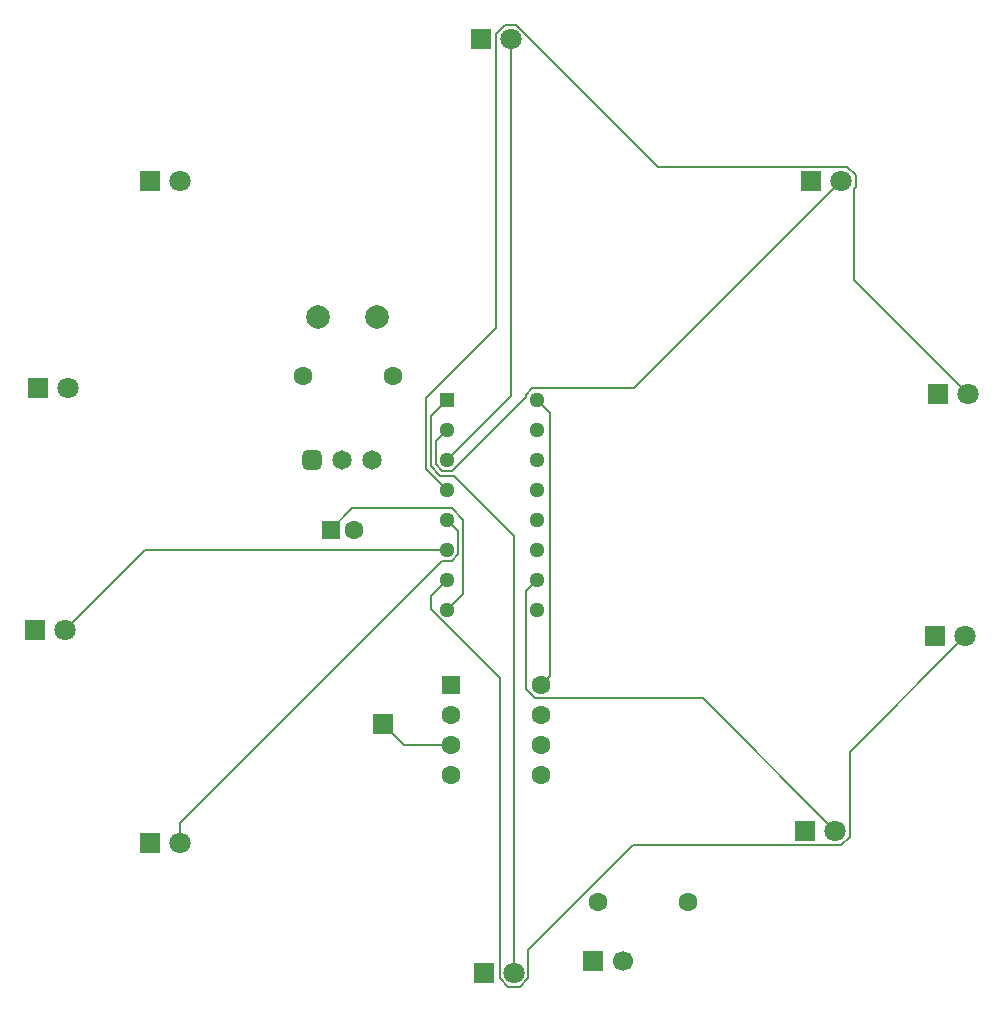
<source format=gbr>
%TF.GenerationSoftware,KiCad,Pcbnew,9.0.7*%
%TF.CreationDate,2026-02-11T00:05:44+01:00*%
%TF.ProjectId,BlinkerLED,426c696e-6b65-4724-9c45-442e6b696361,rev?*%
%TF.SameCoordinates,Original*%
%TF.FileFunction,Copper,L2,Bot*%
%TF.FilePolarity,Positive*%
%FSLAX46Y46*%
G04 Gerber Fmt 4.6, Leading zero omitted, Abs format (unit mm)*
G04 Created by KiCad (PCBNEW 9.0.7) date 2026-02-11 00:05:44*
%MOMM*%
%LPD*%
G01*
G04 APERTURE LIST*
G04 Aperture macros list*
%AMRoundRect*
0 Rectangle with rounded corners*
0 $1 Rounding radius*
0 $2 $3 $4 $5 $6 $7 $8 $9 X,Y pos of 4 corners*
0 Add a 4 corners polygon primitive as box body*
4,1,4,$2,$3,$4,$5,$6,$7,$8,$9,$2,$3,0*
0 Add four circle primitives for the rounded corners*
1,1,$1+$1,$2,$3*
1,1,$1+$1,$4,$5*
1,1,$1+$1,$6,$7*
1,1,$1+$1,$8,$9*
0 Add four rect primitives between the rounded corners*
20,1,$1+$1,$2,$3,$4,$5,0*
20,1,$1+$1,$4,$5,$6,$7,0*
20,1,$1+$1,$6,$7,$8,$9,0*
20,1,$1+$1,$8,$9,$2,$3,0*%
G04 Aperture macros list end*
%TA.AperFunction,ComponentPad*%
%ADD10R,1.800000X1.800000*%
%TD*%
%TA.AperFunction,ComponentPad*%
%ADD11C,1.800000*%
%TD*%
%TA.AperFunction,ComponentPad*%
%ADD12RoundRect,0.250000X-0.550000X-0.550000X0.550000X-0.550000X0.550000X0.550000X-0.550000X0.550000X0*%
%TD*%
%TA.AperFunction,ComponentPad*%
%ADD13C,1.600000*%
%TD*%
%TA.AperFunction,ComponentPad*%
%ADD14RoundRect,0.412500X-0.412500X-0.412500X0.412500X-0.412500X0.412500X0.412500X-0.412500X0.412500X0*%
%TD*%
%TA.AperFunction,ComponentPad*%
%ADD15C,1.650000*%
%TD*%
%TA.AperFunction,ComponentPad*%
%ADD16R,1.700000X1.700000*%
%TD*%
%TA.AperFunction,ComponentPad*%
%ADD17R,1.295400X1.295400*%
%TD*%
%TA.AperFunction,ComponentPad*%
%ADD18C,1.295400*%
%TD*%
%TA.AperFunction,ComponentPad*%
%ADD19C,2.000000*%
%TD*%
%TA.AperFunction,ComponentPad*%
%ADD20C,1.700000*%
%TD*%
%TA.AperFunction,Conductor*%
%ADD21C,0.200000*%
%TD*%
G04 APERTURE END LIST*
D10*
%TO.P,D6,1,K*%
%TO.N,Net-(D1-K)*%
X108000000Y-140500000D03*
D11*
%TO.P,D6,2,A*%
%TO.N,Net-(D6-A)*%
X110540000Y-140500000D03*
%TD*%
D10*
%TO.P,D1,1,K*%
%TO.N,Net-(D1-K)*%
X107730000Y-61500000D03*
D11*
%TO.P,D1,2,A*%
%TO.N,Net-(D1-A)*%
X110270000Y-61500000D03*
%TD*%
D12*
%TO.P,U1,1,GND*%
%TO.N,GND*%
X105195000Y-116190000D03*
D13*
%TO.P,U1,2,TRIG*%
%TO.N,TR*%
X105195000Y-118730000D03*
%TO.P,U1,3,OUT*%
%TO.N,OUT*%
X105195000Y-121270000D03*
%TO.P,U1,4,~{RST}*%
%TO.N,+5V*%
X105195000Y-123810000D03*
%TO.P,U1,5,CONT*%
%TO.N,Net-(U1-CONT)*%
X112815000Y-123810000D03*
%TO.P,U1,6,THRES*%
%TO.N,TR*%
X112815000Y-121270000D03*
%TO.P,U1,7,DISCH*%
%TO.N,Net-(U1-DISCH)*%
X112815000Y-118730000D03*
%TO.P,U1,8,VCC*%
%TO.N,+5V*%
X112815000Y-116190000D03*
%TD*%
D10*
%TO.P,D7,1,K*%
%TO.N,Net-(D1-K)*%
X79730000Y-129500000D03*
D11*
%TO.P,D7,2,A*%
%TO.N,Net-(D7-A)*%
X82270000Y-129500000D03*
%TD*%
D14*
%TO.P,RV1,1,1*%
%TO.N,Net-(U1-DISCH)*%
X93460000Y-97112500D03*
D15*
%TO.P,RV1,2,2*%
X96000000Y-97112500D03*
%TO.P,RV1,3,3*%
%TO.N,TR*%
X98540000Y-97112500D03*
%TD*%
D12*
%TO.P,C4,1*%
%TO.N,GND*%
X95044888Y-103000000D03*
D13*
%TO.P,C4,2*%
%TO.N,TR*%
X97044888Y-103000000D03*
%TD*%
D16*
%TO.P,J2,1,Pin_1*%
%TO.N,OUT*%
X99500000Y-119500000D03*
%TD*%
D10*
%TO.P,D3,1,K*%
%TO.N,Net-(D1-K)*%
X146460000Y-91500000D03*
D11*
%TO.P,D3,2,A*%
%TO.N,Net-(D3-A)*%
X149000000Y-91500000D03*
%TD*%
D17*
%TO.P,U2,1,Q5*%
%TO.N,Net-(D6-A)*%
X104880000Y-92000000D03*
D18*
%TO.P,U2,2,Q1*%
%TO.N,Net-(D2-A)*%
X104880000Y-94540000D03*
%TO.P,U2,3,Q0*%
%TO.N,Net-(D1-A)*%
X104880000Y-97080000D03*
%TO.P,U2,4,Q2*%
%TO.N,Net-(D3-A)*%
X104880000Y-99620000D03*
%TO.P,U2,5,Q6*%
%TO.N,Net-(D7-A)*%
X104880000Y-102160000D03*
%TO.P,U2,6,Q7*%
%TO.N,Net-(D8-A)*%
X104880000Y-104700000D03*
%TO.P,U2,7,Q3*%
%TO.N,Net-(D4-A)*%
X104880000Y-107240000D03*
%TO.P,U2,8,VSS*%
%TO.N,GND*%
X104880000Y-109780000D03*
%TO.P,U2,9,Q8*%
%TO.N,Net-(D9-A)*%
X112500000Y-109780000D03*
%TO.P,U2,10,Q4*%
%TO.N,Net-(D5-A)*%
X112500000Y-107240000D03*
%TO.P,U2,11,Q9*%
%TO.N,Net-(D10-A)*%
X112500000Y-104700000D03*
%TO.P,U2,12,Cout*%
%TO.N,unconnected-(U2-Cout-Pad12)*%
X112500000Y-102160000D03*
%TO.P,U2,13,CKEN*%
%TO.N,GND*%
X112500000Y-99620000D03*
%TO.P,U2,14,CLK*%
%TO.N,OUT*%
X112500000Y-97080000D03*
%TO.P,U2,15,Reset*%
%TO.N,GND*%
X112500000Y-94540000D03*
%TO.P,U2,16,VDD*%
%TO.N,+5V*%
X112500000Y-92000000D03*
%TD*%
D19*
%TO.P,C3,1*%
%TO.N,GND*%
X94000000Y-85000000D03*
%TO.P,C3,2*%
%TO.N,Net-(U1-CONT)*%
X99000000Y-85000000D03*
%TD*%
D10*
%TO.P,D5,1,K*%
%TO.N,Net-(D1-K)*%
X135230000Y-128500000D03*
D11*
%TO.P,D5,2,A*%
%TO.N,Net-(D5-A)*%
X137770000Y-128500000D03*
%TD*%
D10*
%TO.P,D9,1,K*%
%TO.N,Net-(D1-K)*%
X70230000Y-91000000D03*
D11*
%TO.P,D9,2,A*%
%TO.N,Net-(D9-A)*%
X72770000Y-91000000D03*
%TD*%
D10*
%TO.P,D10,1,K*%
%TO.N,Net-(D1-K)*%
X79730000Y-73500000D03*
D11*
%TO.P,D10,2,A*%
%TO.N,Net-(D10-A)*%
X82270000Y-73500000D03*
%TD*%
D10*
%TO.P,D2,1,K*%
%TO.N,Net-(D1-K)*%
X135730000Y-73500000D03*
D11*
%TO.P,D2,2,A*%
%TO.N,Net-(D2-A)*%
X138270000Y-73500000D03*
%TD*%
D13*
%TO.P,R3,1*%
%TO.N,+5V*%
X92690000Y-90000000D03*
%TO.P,R3,2*%
%TO.N,Net-(U1-DISCH)*%
X100310000Y-90000000D03*
%TD*%
D16*
%TO.P,J1,1,Pin_1*%
%TO.N,+5V*%
X117225000Y-139500000D03*
D20*
%TO.P,J1,2,Pin_2*%
%TO.N,GND*%
X119765000Y-139500000D03*
%TD*%
D13*
%TO.P,R4,1*%
%TO.N,Net-(D1-K)*%
X117690000Y-134500000D03*
%TO.P,R4,2*%
%TO.N,GND*%
X125310000Y-134500000D03*
%TD*%
D10*
%TO.P,D4,1,K*%
%TO.N,Net-(D1-K)*%
X146230000Y-112000000D03*
D11*
%TO.P,D4,2,A*%
%TO.N,Net-(D4-A)*%
X148770000Y-112000000D03*
%TD*%
D10*
%TO.P,D8,1,K*%
%TO.N,Net-(D1-K)*%
X69960000Y-111500000D03*
D11*
%TO.P,D8,2,A*%
%TO.N,Net-(D8-A)*%
X72500000Y-111500000D03*
%TD*%
D21*
%TO.N,GND*%
X105272965Y-101211300D02*
X96833588Y-101211300D01*
X96833588Y-101211300D02*
X95044888Y-103000000D01*
X104880000Y-109780000D02*
X106229700Y-108430300D01*
X106229700Y-108430300D02*
X106229700Y-102168035D01*
X106229700Y-102168035D02*
X105272965Y-101211300D01*
%TO.N,Net-(D1-A)*%
X110270000Y-91690000D02*
X104880000Y-97080000D01*
X110270000Y-61500000D02*
X110270000Y-91690000D01*
%TO.N,Net-(D2-A)*%
X103931300Y-97472965D02*
X104487035Y-98028700D01*
X104487035Y-98028700D02*
X105272965Y-98028700D01*
X120718700Y-91051300D02*
X138270000Y-73500000D01*
X104880000Y-94540000D02*
X103931300Y-95488700D01*
X112107035Y-91051300D02*
X120718700Y-91051300D01*
X111551300Y-91607035D02*
X112107035Y-91051300D01*
X103931300Y-95488700D02*
X103931300Y-97472965D01*
X105272965Y-98028700D02*
X111551300Y-91750365D01*
X111551300Y-91750365D02*
X111551300Y-91607035D01*
%TO.N,Net-(D3-A)*%
X109069000Y-85913600D02*
X109069000Y-61002529D01*
X139471000Y-73002529D02*
X139471000Y-73997471D01*
X109069000Y-61002529D02*
X109772529Y-60299000D01*
X139345686Y-74122785D02*
X139345686Y-81845686D01*
X103129300Y-97869300D02*
X103129300Y-91853300D01*
X122767471Y-72299000D02*
X138767471Y-72299000D01*
X104880000Y-99620000D02*
X103129300Y-97869300D01*
X109772529Y-60299000D02*
X110767471Y-60299000D01*
X139345686Y-81845686D02*
X149000000Y-91500000D01*
X103129300Y-91853300D02*
X109069000Y-85913600D01*
X110767471Y-60299000D02*
X122767471Y-72299000D01*
X138767471Y-72299000D02*
X139471000Y-73002529D01*
X139471000Y-73997471D02*
X139345686Y-74122785D01*
%TO.N,Net-(D4-A)*%
X110042529Y-141701000D02*
X109339000Y-140997471D01*
X138267471Y-129701000D02*
X120635471Y-129701000D01*
X148770000Y-112000000D02*
X138971000Y-121799000D01*
X111741000Y-138595471D02*
X111741000Y-140997471D01*
X109339000Y-140997471D02*
X109339000Y-115580665D01*
X138971000Y-128997471D02*
X138267471Y-129701000D01*
X120635471Y-129701000D02*
X111741000Y-138595471D01*
X111741000Y-140997471D02*
X111037471Y-141701000D01*
X109339000Y-115580665D02*
X103500000Y-109741665D01*
X111037471Y-141701000D02*
X110042529Y-141701000D01*
X103500000Y-108620000D02*
X104880000Y-107240000D01*
X138971000Y-121799000D02*
X138971000Y-128997471D01*
X103500000Y-109741665D02*
X103500000Y-108620000D01*
%TO.N,Net-(D5-A)*%
X112358950Y-117291000D02*
X111551300Y-116483350D01*
X126561000Y-117291000D02*
X112358950Y-117291000D01*
X137770000Y-128500000D02*
X126561000Y-117291000D01*
X111551300Y-116483350D02*
X111551300Y-108188700D01*
X111551300Y-108188700D02*
X112500000Y-107240000D01*
%TO.N,Net-(D6-A)*%
X104320935Y-98429700D02*
X103530300Y-97639065D01*
X110540000Y-103530635D02*
X105439065Y-98429700D01*
X105439065Y-98429700D02*
X104320935Y-98429700D01*
X110540000Y-140500000D02*
X110540000Y-103530635D01*
X103530300Y-97639065D02*
X103530300Y-93349700D01*
X103530300Y-93349700D02*
X104880000Y-92000000D01*
%TO.N,Net-(D7-A)*%
X82270000Y-129500000D02*
X82270000Y-127865735D01*
X105828700Y-105092965D02*
X105828700Y-103108700D01*
X104487035Y-105648700D02*
X105272965Y-105648700D01*
X105272965Y-105648700D02*
X105828700Y-105092965D01*
X105828700Y-103108700D02*
X104880000Y-102160000D01*
X82270000Y-127865735D02*
X104487035Y-105648700D01*
%TO.N,Net-(D8-A)*%
X72500000Y-111500000D02*
X79300000Y-104700000D01*
X79300000Y-104700000D02*
X104880000Y-104700000D01*
%TO.N,+5V*%
X113614999Y-93114999D02*
X112500000Y-92000000D01*
X112815000Y-116190000D02*
X113614999Y-115390001D01*
X113614999Y-115390001D02*
X113614999Y-93114999D01*
%TO.N,OUT*%
X101270000Y-121270000D02*
X99500000Y-119500000D01*
X105195000Y-121270000D02*
X101270000Y-121270000D01*
%TD*%
M02*

</source>
